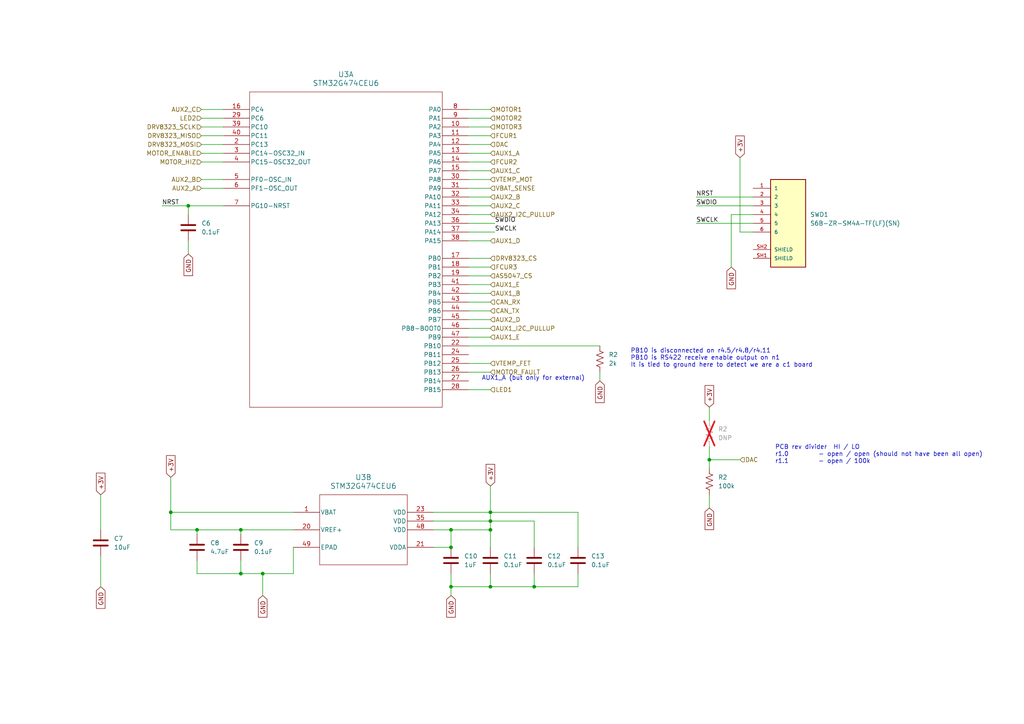
<source format=kicad_sch>
(kicad_sch (version 20230121) (generator eeschema)
  (paper "A4")
  (title_block (title "moteus-c1") (rev "1.2"))
  (lib_symbols
    (symbol "Device:C" (pin_numbers hide) (pin_names (offset 0.254))
      (property "Reference" "C" (at 0.635 2.54 0))
      (property "Value" "C" (at 0.635 -2.54 0))
      (symbol "C_0_1"
        (polyline (pts (xy -2.032 -0.762) (xy 2.032 -0.762)) (stroke (width 0.508)))
        (polyline (pts (xy -2.032 0.762) (xy 2.032 0.762)) (stroke (width 0.508)))
      )
      (symbol "C_1_1"
        (pin passive line (at 0 3.81 270) (length 2.794) (name "~") (number "1"))
        (pin passive line (at 0 -3.81 90) (length 2.794) (name "~") (number "2"))
      )
    )
    (symbol "Device:R_US" (pin_numbers hide) (pin_names (offset 0))
      (property "Reference" "R" (at 2.54 0 90))
      (property "Value" "R_US" (at -2.54 0 90))
      (symbol "R_US_0_1"
        (polyline (pts (xy 0 -2.286) (xy 0 -2.54)))
        (polyline (pts (xy 0 2.286) (xy 0 2.54)))
        (polyline (pts (xy 0 -0.762) (xy 1.016 -1.143) (xy 0 -1.524) (xy -1.016 -1.905) (xy 0 -2.286)))
        (polyline (pts (xy 0 0.762) (xy 1.016 0.381) (xy 0 0) (xy -1.016 -0.381) (xy 0 -0.762)))
        (polyline (pts (xy 0 2.286) (xy 1.016 1.905) (xy 0 1.524) (xy -1.016 1.143) (xy 0 0.762)))
      )
      (symbol "R_US_1_1"
        (pin passive line (at 0 3.81 270) (length 1.27) (name "~") (number "1"))
        (pin passive line (at 0 -3.81 90) (length 1.27) (name "~") (number "2"))
      )
    )
    (symbol "moteus:S6B-ZR-SM4A-TF(LF)(SN)" (pin_names (offset 1.016))
      (property "Reference" "J" (at -5.087 10.8098 0))
      (property "Value" "S6B-ZR-SM4A-TF(LF)(SN)" (at -5.08 -17.78 0))
      (symbol "S6B-ZR-SM4A-TF(LF)(SN)_0_0"
        (rectangle (start -5.08 10.16) (end 5.08 -15.24) (stroke (width 0.254)) (fill (type background)))
        (pin passive line (at -10.16 7.62 0) (length 5.08) (name "1") (number "1"))
        (pin passive line (at -10.16 5.08 0) (length 5.08) (name "2") (number "2"))
        (pin passive line (at -10.16 2.54 0) (length 5.08) (name "3") (number "3"))
        (pin passive line (at -10.16 0 0) (length 5.08) (name "4") (number "4"))
        (pin passive line (at -10.16 -2.54 0) (length 5.08) (name "5") (number "5"))
        (pin passive line (at -10.16 -5.08 0) (length 5.08) (name "6") (number "6"))
        (pin passive line (at -10.16 -12.7 0) (length 5.08) (name "SHIELD") (number "SH1"))
        (pin passive line (at -10.16 -10.16 0) (length 5.08) (name "SHIELD") (number "SH2"))
      )
    )
    (symbol "moteus:STM32G474CEU6" (pin_names (offset 0.254))
      (property "Reference" "U" (at 35.56 10.16 0))
      (property "Value" "STM32G474CEU6" (at 35.56 7.62 0))
      (symbol "STM32G474CEU6_1_1"
        (polyline (pts (xy 7.62 -86.36) (xy 63.5 -86.36)) (stroke (width 0.127)))
        (polyline (pts (xy 7.62 5.08) (xy 7.62 -86.36)) (stroke (width 0.127)))
        (polyline (pts (xy 63.5 -86.36) (xy 63.5 5.08)) (stroke (width 0.127)))
        (polyline (pts (xy 63.5 5.08) (xy 7.62 5.08)) (stroke (width 0.127)))
        (pin bidirectional line (at 0 -5.08 0) (length 7.62) (name "PA2") (number "10"))
        (pin bidirectional line (at 0 -7.62 0) (length 7.62) (name "PA3") (number "11"))
        (pin bidirectional line (at 0 -10.16 0) (length 7.62) (name "PA4") (number "12"))
        (pin bidirectional line (at 0 -12.7 0) (length 7.62) (name "PA5") (number "13"))
        (pin bidirectional line (at 0 -15.24 0) (length 7.62) (name "PA6") (number "14"))
        (pin bidirectional line (at 0 -17.78 0) (length 7.62) (name "PA7") (number "15"))
        (pin bidirectional line (at 71.12 0 180) (length 7.62) (name "PC4") (number "16"))
        (pin bidirectional line (at 0 -43.18 0) (length 7.62) (name "PB0") (number "17"))
        (pin bidirectional line (at 0 -45.72 0) (length 7.62) (name "PB1") (number "18"))
        (pin bidirectional line (at 0 -48.26 0) (length 7.62) (name "PB2") (number "19"))
        (pin bidirectional line (at 71.12 -10.16 180) (length 7.62) (name "PC13") (number "2"))
        (pin bidirectional line (at 0 -68.58 0) (length 7.62) (name "PB10") (number "22"))
        (pin bidirectional line (at 0 -71.12 0) (length 7.62) (name "PB11") (number "24"))
        (pin bidirectional line (at 0 -73.66 0) (length 7.62) (name "PB12") (number "25"))
        (pin bidirectional line (at 0 -76.2 0) (length 7.62) (name "PB13") (number "26"))
        (pin bidirectional line (at 0 -78.74 0) (length 7.62) (name "PB14") (number "27"))
        (pin bidirectional line (at 0 -81.28 0) (length 7.62) (name "PB15") (number "28"))
        (pin bidirectional line (at 71.12 -2.54 180) (length 7.62) (name "PC6") (number "29"))
        (pin bidirectional line (at 71.12 -12.7 180) (length 7.62) (name "PC14-OSC32_IN") (number "3"))
        (pin bidirectional line (at 0 -20.32 0) (length 7.62) (name "PA8") (number "30"))
        (pin bidirectional line (at 0 -22.86 0) (length 7.62) (name "PA9") (number "31"))
        (pin bidirectional line (at 0 -25.4 0) (length 7.62) (name "PA10") (number "32"))
        (pin bidirectional line (at 0 -27.94 0) (length 7.62) (name "PA11") (number "33"))
        (pin bidirectional line (at 0 -30.48 0) (length 7.62) (name "PA12") (number "34"))
        (pin bidirectional line (at 0 -33.02 0) (length 7.62) (name "PA13") (number "36"))
        (pin bidirectional line (at 0 -35.56 0) (length 7.62) (name "PA14") (number "37"))
        (pin bidirectional line (at 0 -38.1 0) (length 7.62) (name "PA15") (number "38"))
        (pin bidirectional line (at 71.12 -5.08 180) (length 7.62) (name "PC10") (number "39"))
        (pin bidirectional line (at 71.12 -15.24 180) (length 7.62) (name "PC15-OSC32_OUT") (number "4"))
        (pin bidirectional line (at 71.12 -7.62 180) (length 7.62) (name "PC11") (number "40"))
        (pin bidirectional line (at 0 -50.8 0) (length 7.62) (name "PB3") (number "41"))
        (pin bidirectional line (at 0 -53.34 0) (length 7.62) (name "PB4") (number "42"))
        (pin bidirectional line (at 0 -55.88 0) (length 7.62) (name "PB5") (number "43"))
        (pin bidirectional line (at 0 -58.42 0) (length 7.62) (name "PB6") (number "44"))
        (pin bidirectional line (at 0 -60.96 0) (length 7.62) (name "PB7") (number "45"))
        (pin bidirectional line (at 0 -63.5 0) (length 7.62) (name "PB8-BOOT0") (number "46"))
        (pin bidirectional line (at 0 -66.04 0) (length 7.62) (name "PB9") (number "47"))
        (pin bidirectional line (at 71.12 -20.32 180) (length 7.62) (name "PF0-OSC_IN") (number "5"))
        (pin bidirectional line (at 71.12 -22.86 180) (length 7.62) (name "PF1-OSC_OUT") (number "6"))
        (pin bidirectional line (at 71.12 -27.94 180) (length 7.62) (name "PG10-NRST") (number "7"))
        (pin bidirectional line (at 0 0 0) (length 7.62) (name "PA0") (number "8"))
        (pin bidirectional line (at 0 -2.54 0) (length 7.62) (name "PA1") (number "9"))
      )
      (symbol "STM32G474CEU6_2_1"
        (polyline (pts (xy 7.62 -15.24) (xy 33.02 -15.24)) (stroke (width 0.127)))
        (polyline (pts (xy 7.62 5.08) (xy 7.62 -15.24)) (stroke (width 0.127)))
        (polyline (pts (xy 33.02 -15.24) (xy 33.02 5.08)) (stroke (width 0.127)))
        (polyline (pts (xy 33.02 5.08) (xy 7.62 5.08)) (stroke (width 0.127)))
        (pin power_in line (at 0 0 0) (length 7.62) (name "VBAT") (number "1"))
        (pin power_in line (at 0 -5.08 0) (length 7.62) (name "VREF+") (number "20"))
        (pin power_in line (at 40.64 -10.16 180) (length 7.62) (name "VDDA") (number "21"))
        (pin power_in line (at 40.64 0 180) (length 7.62) (name "VDD") (number "23"))
        (pin power_in line (at 40.64 -2.54 180) (length 7.62) (name "VDD") (number "35"))
        (pin power_in line (at 40.64 -5.08 180) (length 7.62) (name "VDD") (number "48"))
        (pin unspecified line (at 0 -10.16 0) (length 7.62) (name "EPAD") (number "49"))
      )
    )
  )
  (junction (at 142.24 148.59))
  (junction (at 154.94 170.18))
  (junction (at 205.74 133.35))
  (junction (at 142.24 170.18))
  (junction (at 142.24 153.67))
  (junction (at 69.85 166.37))
  (junction (at 76.2 166.37))
  (junction (at 69.85 153.67))
  (junction (at 49.53 148.59))
  (junction (at 130.81 153.67))
  (junction (at 142.24 151.13))
  (junction (at 130.81 170.18))
  (junction (at 54.61 59.69))
  (junction (at 130.81 158.75))
  (junction (at 57.15 153.67))
  (wire (pts (xy 135.89 46.99) (xy 142.24 46.99)))
  (wire (pts (xy 135.89 62.23) (xy 142.24 62.23)))
  (wire (pts (xy 154.94 170.18) (xy 154.94 166.37)))
  (wire (pts (xy 69.85 166.37) (xy 76.2 166.37)))
  (wire (pts (xy 58.42 31.75) (xy 64.77 31.75)))
  (wire (pts (xy 57.15 153.67) (xy 57.15 154.94)))
  (wire (pts (xy 142.24 153.67) (xy 142.24 158.75)))
  (wire (pts (xy 135.89 59.69) (xy 142.24 59.69)))
  (wire (pts (xy 135.89 113.03) (xy 142.24 113.03)))
  (wire (pts (xy 135.89 36.83) (xy 142.24 36.83)))
  (wire (pts (xy 46.99 59.69) (xy 54.61 59.69)))
  (wire (pts (xy 142.24 170.18) (xy 142.24 166.37)))
  (wire (pts (xy 135.89 95.25) (xy 142.24 95.25)))
  (wire (pts (xy 57.15 153.67) (xy 49.53 153.67)))
  (wire (pts (xy 142.24 148.59) (xy 142.24 151.13)))
  (wire (pts (xy 205.74 118.11) (xy 205.74 121.92)))
  (wire (pts (xy 69.85 162.56) (xy 69.85 166.37)))
  (wire (pts (xy 173.99 107.95) (xy 173.99 110.49)))
  (wire (pts (xy 29.21 161.29) (xy 29.21 170.18)))
  (wire (pts (xy 218.44 62.23) (xy 212.09 62.23)))
  (wire (pts (xy 54.61 62.23) (xy 54.61 59.69)))
  (wire (pts (xy 154.94 170.18) (xy 167.64 170.18)))
  (wire (pts (xy 76.2 166.37) (xy 76.2 172.72)))
  (wire (pts (xy 135.89 57.15) (xy 142.24 57.15)))
  (wire (pts (xy 154.94 151.13) (xy 154.94 158.75)))
  (wire (pts (xy 135.89 31.75) (xy 142.24 31.75)))
  (wire (pts (xy 69.85 153.67) (xy 69.85 154.94)))
  (wire (pts (xy 135.89 100.33) (xy 173.99 100.33)))
  (wire (pts (xy 57.15 166.37) (xy 69.85 166.37)))
  (wire (pts (xy 135.89 52.07) (xy 142.24 52.07)))
  (wire (pts (xy 135.89 90.17) (xy 142.24 90.17)))
  (wire (pts (xy 142.24 151.13) (xy 154.94 151.13)))
  (wire (pts (xy 58.42 36.83) (xy 64.77 36.83)))
  (wire (pts (xy 201.93 59.69) (xy 218.44 59.69)))
  (wire (pts (xy 58.42 34.29) (xy 64.77 34.29)))
  (wire (pts (xy 69.85 153.67) (xy 57.15 153.67)))
  (wire (pts (xy 49.53 153.67) (xy 49.53 148.59)))
  (wire (pts (xy 142.24 151.13) (xy 142.24 153.67)))
  (wire (pts (xy 135.89 54.61) (xy 142.24 54.61)))
  (wire (pts (xy 130.81 153.67) (xy 142.24 153.67)))
  (wire (pts (xy 135.89 85.09) (xy 142.24 85.09)))
  (wire (pts (xy 125.73 148.59) (xy 142.24 148.59)))
  (wire (pts (xy 135.89 82.55) (xy 142.24 82.55)))
  (wire (pts (xy 205.74 143.51) (xy 205.74 147.32)))
  (wire (pts (xy 135.89 69.85) (xy 142.24 69.85)))
  (wire (pts (xy 201.93 57.15) (xy 218.44 57.15)))
  (wire (pts (xy 135.89 49.53) (xy 142.24 49.53)))
  (wire (pts (xy 135.89 97.79) (xy 142.24 97.79)))
  (wire (pts (xy 135.89 44.45) (xy 142.24 44.45)))
  (wire (pts (xy 57.15 162.56) (xy 57.15 166.37)))
  (wire (pts (xy 205.74 133.35) (xy 205.74 135.89)))
  (wire (pts (xy 135.89 64.77) (xy 143.51 64.77)))
  (wire (pts (xy 58.42 39.37) (xy 64.77 39.37)))
  (wire (pts (xy 49.53 138.43) (xy 49.53 148.59)))
  (wire (pts (xy 130.81 158.75) (xy 130.81 153.67)))
  (wire (pts (xy 85.09 158.75) (xy 85.09 166.37)))
  (wire (pts (xy 135.89 87.63) (xy 142.24 87.63)))
  (wire (pts (xy 214.63 67.31) (xy 218.44 67.31)))
  (wire (pts (xy 135.89 67.31) (xy 143.51 67.31)))
  (wire (pts (xy 135.89 105.41) (xy 142.24 105.41)))
  (wire (pts (xy 58.42 41.91) (xy 64.77 41.91)))
  (wire (pts (xy 85.09 153.67) (xy 69.85 153.67)))
  (wire (pts (xy 201.93 64.77) (xy 218.44 64.77)))
  (wire (pts (xy 142.24 148.59) (xy 167.64 148.59)))
  (wire (pts (xy 130.81 170.18) (xy 130.81 172.72)))
  (wire (pts (xy 135.89 41.91) (xy 142.24 41.91)))
  (wire (pts (xy 135.89 107.95) (xy 142.24 107.95)))
  (wire (pts (xy 205.74 133.35) (xy 214.63 133.35)))
  (wire (pts (xy 205.74 129.54) (xy 205.74 133.35)))
  (wire (pts (xy 130.81 170.18) (xy 142.24 170.18)))
  (wire (pts (xy 167.64 148.59) (xy 167.64 158.75)))
  (wire (pts (xy 125.73 151.13) (xy 142.24 151.13)))
  (wire (pts (xy 29.21 143.51) (xy 29.21 153.67)))
  (wire (pts (xy 135.89 74.93) (xy 142.24 74.93)))
  (wire (pts (xy 135.89 92.71) (xy 142.24 92.71)))
  (wire (pts (xy 214.63 45.72) (xy 214.63 67.31)))
  (wire (pts (xy 125.73 153.67) (xy 130.81 153.67)))
  (wire (pts (xy 142.24 170.18) (xy 154.94 170.18)))
  (wire (pts (xy 135.89 80.01) (xy 142.24 80.01)))
  (wire (pts (xy 135.89 39.37) (xy 142.24 39.37)))
  (wire (pts (xy 212.09 62.23) (xy 212.09 77.47)))
  (wire (pts (xy 167.64 170.18) (xy 167.64 166.37)))
  (wire (pts (xy 135.89 34.29) (xy 142.24 34.29)))
  (wire (pts (xy 142.24 140.97) (xy 142.24 148.59)))
  (wire (pts (xy 58.42 52.07) (xy 64.77 52.07)))
  (wire (pts (xy 76.2 166.37) (xy 85.09 166.37)))
  (wire (pts (xy 125.73 158.75) (xy 130.81 158.75)))
  (wire (pts (xy 58.42 46.99) (xy 64.77 46.99)))
  (wire (pts (xy 54.61 59.69) (xy 64.77 59.69)))
  (wire (pts (xy 54.61 69.85) (xy 54.61 73.66)))
  (wire (pts (xy 49.53 148.59) (xy 85.09 148.59)))
  (wire (pts (xy 130.81 166.37) (xy 130.81 170.18)))
  (wire (pts (xy 58.42 44.45) (xy 64.77 44.45)))
  (wire (pts (xy 58.42 54.61) (xy 64.77 54.61)))
  (wire (pts (xy 135.89 77.47) (xy 142.24 77.47)))
  (text "PB10 is disconnected on r4.5/r4.8/r4.11\nPB10 is RS422 receive enable output on n1\nIt is tied to ground here to detect we are a c1 board" (at 182.88 106.68 0) (effects (font (size 1.27 1.27)) (justify left bottom)))
  (text "PCB rev divider  HI / LO\nr1.0         - open / open (should not have been all open)\nr1.1         - open / 100k" (at 224.79 134.62 0) (effects (font (size 1.27 1.27)) (justify left bottom)))
  (text "AUX1_A (but only for external)" (at 139.7 110.49 0) (effects (font (size 1.27 1.27)) (justify left bottom)))
  (label "SWDIO" (at 201.93 59.69 0))
  (label "SWDIO" (at 143.51 64.77 0))
  (label "SWCLK" (at 143.51 67.31 0))
  (label "NRST" (at 201.93 57.15 0))
  (label "NRST" (at 46.99 59.69 0))
  (label "SWCLK" (at 201.93 64.77 0))
  (global_label "GND" (shape input) (at 205.74 147.32 270) (property "Intersheetrefs" "${INTERSHEET_REFS}" (effects hide)))
  (global_label "GND" (shape input) (at 212.09 77.47 270) (property "Intersheetrefs" "${INTERSHEET_REFS}" (effects hide)))
  (global_label "GND" (shape input) (at 54.61 73.66 270) (property "Intersheetrefs" "${INTERSHEET_REFS}" (effects hide)))
  (global_label "+3V" (shape input) (at 142.24 140.97 90) (property "Intersheetrefs" "${INTERSHEET_REFS}" (effects hide)))
  (global_label "+3V" (shape input) (at 49.53 138.43 90) (property "Intersheetrefs" "${INTERSHEET_REFS}" (effects hide)))
  (global_label "GND" (shape input) (at 29.21 170.18 270) (property "Intersheetrefs" "${INTERSHEET_REFS}" (effects hide)))
  (global_label "GND" (shape input) (at 173.99 110.49 270) (property "Intersheetrefs" "${INTERSHEET_REFS}" (effects hide)))
  (global_label "+3V" (shape input) (at 205.74 118.11 90) (property "Intersheetrefs" "${INTERSHEET_REFS}" (effects hide)))
  (global_label "+3V" (shape input) (at 214.63 45.72 90) (property "Intersheetrefs" "${INTERSHEET_REFS}" (effects hide)))
  (global_label "+3V" (shape input) (at 29.21 143.51 90) (property "Intersheetrefs" "${INTERSHEET_REFS}" (effects hide)))
  (global_label "GND" (shape input) (at 76.2 172.72 270) (property "Intersheetrefs" "${INTERSHEET_REFS}" (effects hide)))
  (global_label "GND" (shape input) (at 130.81 172.72 270) (property "Intersheetrefs" "${INTERSHEET_REFS}" (effects hide)))
  (hierarchical_label "DRV8323_CS" (shape input) (at 142.24 74.93 0))
  (hierarchical_label "VTEMP_FET" (shape input) (at 142.24 105.41 0))
  (hierarchical_label "AUX2_B" (shape input) (at 58.42 52.07 180))
  (hierarchical_label "AUX1_E" (shape input) (at 142.24 97.79 0))
  (hierarchical_label "MOTOR_ENABLE" (shape input) (at 58.42 44.45 180))
  (hierarchical_label "AUX2_A" (shape input) (at 58.42 54.61 180))
  (hierarchical_label "FCUR3" (shape input) (at 142.24 77.47 0))
  (hierarchical_label "FCUR1" (shape input) (at 142.24 39.37 0))
  (hierarchical_label "AS5047_CS" (shape input) (at 142.24 80.01 0))
  (hierarchical_label "LED2" (shape input) (at 58.42 34.29 180))
  (hierarchical_label "DRV8323_MISO" (shape input) (at 58.42 39.37 180))
  (hierarchical_label "DRV8323_SCLK" (shape input) (at 58.42 36.83 180))
  (hierarchical_label "AUX1_C" (shape input) (at 142.24 49.53 0))
  (hierarchical_label "AUX2_C" (shape input) (at 142.24 59.69 0))
  (hierarchical_label "VBAT_SENSE" (shape input) (at 142.24 54.61 0))
  (hierarchical_label "MOTOR1" (shape input) (at 142.24 31.75 0))
  (hierarchical_label "MOTOR2" (shape input) (at 142.24 34.29 0))
  (hierarchical_label "LED1" (shape input) (at 142.24 113.03 0))
  (hierarchical_label "DAC" (shape input) (at 142.24 41.91 0))
  (hierarchical_label "AUX2_B" (shape input) (at 142.24 57.15 0))
  (hierarchical_label "DRV8323_MOSI" (shape input) (at 58.42 41.91 180))
  (hierarchical_label "AUX2_D" (shape input) (at 142.24 92.71 0))
  (hierarchical_label "MOTOR_FAULT" (shape input) (at 142.24 107.95 0))
  (hierarchical_label "VTEMP_MOT" (shape input) (at 142.24 52.07 0))
  (hierarchical_label "MOTOR3" (shape input) (at 142.24 36.83 0))
  (hierarchical_label "AUX1_I2C_PULLUP" (shape input) (at 142.24 95.25 0))
  (hierarchical_label "AUX1_D" (shape input) (at 142.24 69.85 0))
  (hierarchical_label "CAN_RX" (shape input) (at 142.24 87.63 0))
  (hierarchical_label "AUX1_A" (shape input) (at 142.24 44.45 0))
  (hierarchical_label "AUX1_E" (shape input) (at 142.24 82.55 0))
  (hierarchical_label "DAC" (shape input) (at 214.63 133.35 0))
  (hierarchical_label "AUX1_B" (shape input) (at 142.24 85.09 0))
  (hierarchical_label "FCUR2" (shape input) (at 142.24 46.99 0))
  (hierarchical_label "MOTOR_HIZ" (shape input) (at 58.42 46.99 180))
  (hierarchical_label "CAN_TX" (shape input) (at 142.24 90.17 0))
  (hierarchical_label "AUX2_C" (shape input) (at 58.42 31.75 180))
  (hierarchical_label "AUX2_I2C_PULLUP" (shape input) (at 142.24 62.23 0))
  (symbol (lib_id "Device:C") (at 57.15 158.75 0) (unit 1)
    (property "Reference" "C8" (at 60.96 157.48 0) (effects (justify left)))
    (property "Value" "4.7uF" (at 60.96 160.02 0) (effects (justify left)))
    (property "Footprint" "Capacitor_SMD:C_0603_1608Metric" (effects hide))
    (property "MPN" "CL10A475KP8NNNC" (effects hide))
    (property "POPULATE" "1" (effects hide))
  )
  (symbol (lib_id "Device:R_US") (at 173.99 104.14 0) (unit 1)
    (property "Reference" "R2" (at 176.53 102.87 0) (effects (justify left)))
    (property "Value" "2k" (at 176.53 105.41 0) (effects (justify left)))
    (property "Footprint" "Resistor_SMD:R_0402_1005Metric" (effects hide))
    (property "MPN" "MF-RES-0402-2K" (effects hide))
    (property "POPULATE" "1" (effects hide))
    (instances (project "moteus_c1" (path "" (reference "R2") (unit 1)) (path "" (reference "R31") (unit 1))))
  )
  (symbol (lib_id "Device:C") (at 130.81 162.56 0) (unit 1)
    (property "Reference" "C10" (at 134.62 161.29 0) (effects (justify left)))
    (property "Value" "1uF" (at 134.62 163.83 0) (effects (justify left)))
    (property "Footprint" "Capacitor_SMD:C_0402_1005Metric" (effects hide))
    (property "MPN" "MF-CAP-0402-1uF" (effects hide))
    (property "POPULATE" "1" (effects hide))
  )
  (symbol (lib_id "Device:C") (at 69.85 158.75 0) (unit 1)
    (property "Reference" "C9" (at 73.66 157.48 0) (effects (justify left)))
    (property "Value" "0.1uF" (at 73.66 160.02 0) (effects (justify left)))
    (property "Footprint" "Capacitor_SMD:C_0402_1005Metric" (effects hide))
    (property "MPN" "MF-CAP-0402-0.1uF" (effects hide))
    (property "POPULATE" "1" (effects hide))
  )
  (symbol (lib_id "Device:C") (at 154.94 162.56 0) (unit 1)
    (property "Reference" "C12" (at 158.75 161.29 0) (effects (justify left)))
    (property "Value" "0.1uF" (at 158.75 163.83 0) (effects (justify left)))
    (property "Footprint" "Capacitor_SMD:C_0402_1005Metric" (effects hide))
    (property "MPN" "MF-CAP-0402-0.1uF" (effects hide))
    (property "POPULATE" "1" (effects hide))
  )
  (symbol (lib_id "Device:C") (at 142.24 162.56 0) (unit 1)
    (property "Reference" "C11" (at 146.05 161.29 0) (effects (justify left)))
    (property "Value" "0.1uF" (at 146.05 163.83 0) (effects (justify left)))
    (property "Footprint" "Capacitor_SMD:C_0402_1005Metric" (effects hide))
    (property "MPN" "MF-CAP-0402-0.1uF" (effects hide))
    (property "POPULATE" "1" (effects hide))
  )
  (symbol (lib_id "moteus:S6B-ZR-SM4A-TF(LF)(SN)") (at 228.6 62.23 0) (unit 1)
    (property "Reference" "SWD1" (at 234.95 62.23 0) (effects (justify left)))
    (property "Value" "S6B-ZR-SM4A-TF(LF)(SN)" (at 234.95 64.77 0) (effects (justify left)))
    (property "Footprint" "moteus:JST_S6B-ZR-SM4A-TF(LF)(SN)" (effects hide))
    (property "MF" "JST" (effects hide))
    (property "MPN" "S6B-ZR-SM4A-TF(LF)(SN)" (effects hide))
    (property "POPULATE" "1" (effects hide))
  )
  (symbol (lib_id "Device:R_US") (at 205.74 139.7 0) (unit 1)
    (property "Reference" "R2" (at 208.28 138.43 0) (effects (justify left)))
    (property "Value" "100k" (at 208.28 140.97 0) (effects (justify left)))
    (property "Footprint" "Resistor_SMD:R_0402_1005Metric" (effects hide))
    (property "MPN" "RC0402FR-07100KL" (effects hide))
    (property "POPULATE" "1" (effects hide))
    (instances (project "moteus_c1" (path "" (reference "R2") (unit 1)) (path "" (reference "R33") (unit 1))))
  )
  (symbol (lib_id "Device:C") (at 167.64 162.56 0) (unit 1)
    (property "Reference" "C13" (at 171.45 161.29 0) (effects (justify left)))
    (property "Value" "0.1uF" (at 171.45 163.83 0) (effects (justify left)))
    (property "Footprint" "Capacitor_SMD:C_0402_1005Metric" (effects hide))
    (property "MPN" "MF-CAP-0402-0.1uF" (effects hide))
    (property "POPULATE" "1" (effects hide))
  )
  (symbol (lib_id "moteus:STM32G474CEU6") (at 135.89 31.75 0) (mirror y) (unit 1)
    (property "Reference" "U3" (at 100.33 21.59 0) (effects (font (size 1.524 1.524))))
    (property "Value" "STM32G474CEU6" (at 100.33 24.13 0) (effects (font (size 1.524 1.524))))
    (property "Footprint" "moteus:UFQFPN-48_7X7X0P55MM" (effects hide))
    (property "Datasheet" "STM32G474CEU6" (effects hide))
    (property "MPN" "STM32G474CEU6" (effects hide))
    (property "MF" "ST" (effects hide))
    (property "POPULATE" "1" (effects hide))
  )
  (symbol (lib_id "Device:C") (at 29.21 157.48 0) (unit 1)
    (property "Reference" "C7" (at 33.02 156.21 0) (effects (justify left)))
    (property "Value" "10uF" (at 33.02 158.75 0) (effects (justify left)))
    (property "Footprint" "Capacitor_SMD:C_1206_3216Metric" (effects hide))
    (property "MPN" "MF-CAP-1206-10uF" (effects hide))
    (property "POPULATE" "1" (effects hide))
  )
  (symbol (lib_id "Device:R_US") (at 205.74 125.73 0) (unit 1) (dnp yes)
    (property "Reference" "R2" (at 208.28 124.46 0) (effects (justify left)))
    (property "Value" "DNP" (at 208.28 127 0) (effects (justify left)))
    (property "Footprint" "Resistor_SMD:R_0402_1005Metric" (effects hide))
    (property "POPULATE" "0" (effects hide))
    (instances (project "moteus_c1" (path "" (reference "R2") (unit 1)) (path "" (reference "R32") (unit 1))))
  )
  (symbol (lib_id "moteus:STM32G474CEU6") (at 85.09 148.59 0) (unit 2)
    (property "Reference" "U3" (at 105.41 138.43 0) (effects (font (size 1.524 1.524))))
    (property "Value" "STM32G474CEU6" (at 105.41 140.97 0) (effects (font (size 1.524 1.524))))
    (property "Footprint" "moteus:UFQFPN-48_7X7X0P55MM" (effects hide))
    (property "Datasheet" "STM32G474CEU6" (effects hide))
    (property "MPN" "STM32G474CEU6" (effects hide))
    (property "MF" "ST" (effects hide))
    (property "POPULATE" "1" (effects hide))
  )
  (symbol (lib_id "Device:C") (at 54.61 66.04 0) (unit 1)
    (property "Reference" "C6" (at 58.42 64.77 0) (effects (justify left)))
    (property "Value" "0.1uF" (at 58.42 67.31 0) (effects (justify left)))
    (property "Footprint" "Capacitor_SMD:C_0402_1005Metric" (effects hide))
    (property "MPN" "MF-CAP-0402-0.1uF" (effects hide))
    (property "POPULATE" "1" (effects hide))
  )
)
</source>
